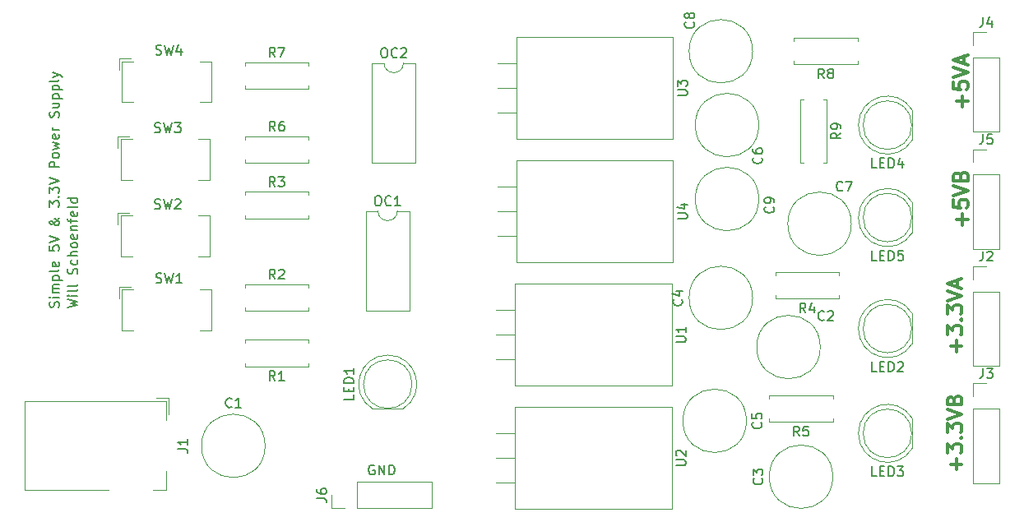
<source format=gbr>
%TF.GenerationSoftware,KiCad,Pcbnew,(6.0.7-1)-1*%
%TF.CreationDate,2022-11-07T13:48:13-05:00*%
%TF.ProjectId,BasicPowerSupply,42617369-6350-46f7-9765-72537570706c,rev?*%
%TF.SameCoordinates,Original*%
%TF.FileFunction,Legend,Top*%
%TF.FilePolarity,Positive*%
%FSLAX46Y46*%
G04 Gerber Fmt 4.6, Leading zero omitted, Abs format (unit mm)*
G04 Created by KiCad (PCBNEW (6.0.7-1)-1) date 2022-11-07 13:48:13*
%MOMM*%
%LPD*%
G01*
G04 APERTURE LIST*
%ADD10C,0.150000*%
%ADD11C,0.300000*%
%ADD12C,0.120000*%
G04 APERTURE END LIST*
D10*
X100417380Y-96914642D02*
X101417380Y-96676547D01*
X100703095Y-96486071D01*
X101417380Y-96295595D01*
X100417380Y-96057500D01*
X101417380Y-95676547D02*
X100750714Y-95676547D01*
X100417380Y-95676547D02*
X100465000Y-95724166D01*
X100512619Y-95676547D01*
X100465000Y-95628928D01*
X100417380Y-95676547D01*
X100512619Y-95676547D01*
X101417380Y-95057500D02*
X101369761Y-95152738D01*
X101274523Y-95200357D01*
X100417380Y-95200357D01*
X101417380Y-94533690D02*
X101369761Y-94628928D01*
X101274523Y-94676547D01*
X100417380Y-94676547D01*
X101369761Y-93438452D02*
X101417380Y-93295595D01*
X101417380Y-93057500D01*
X101369761Y-92962261D01*
X101322142Y-92914642D01*
X101226904Y-92867023D01*
X101131666Y-92867023D01*
X101036428Y-92914642D01*
X100988809Y-92962261D01*
X100941190Y-93057500D01*
X100893571Y-93247976D01*
X100845952Y-93343214D01*
X100798333Y-93390833D01*
X100703095Y-93438452D01*
X100607857Y-93438452D01*
X100512619Y-93390833D01*
X100465000Y-93343214D01*
X100417380Y-93247976D01*
X100417380Y-93009880D01*
X100465000Y-92867023D01*
X101369761Y-92009880D02*
X101417380Y-92105119D01*
X101417380Y-92295595D01*
X101369761Y-92390833D01*
X101322142Y-92438452D01*
X101226904Y-92486071D01*
X100941190Y-92486071D01*
X100845952Y-92438452D01*
X100798333Y-92390833D01*
X100750714Y-92295595D01*
X100750714Y-92105119D01*
X100798333Y-92009880D01*
X101417380Y-91581309D02*
X100417380Y-91581309D01*
X101417380Y-91152738D02*
X100893571Y-91152738D01*
X100798333Y-91200357D01*
X100750714Y-91295595D01*
X100750714Y-91438452D01*
X100798333Y-91533690D01*
X100845952Y-91581309D01*
X101417380Y-90533690D02*
X101369761Y-90628928D01*
X101322142Y-90676547D01*
X101226904Y-90724166D01*
X100941190Y-90724166D01*
X100845952Y-90676547D01*
X100798333Y-90628928D01*
X100750714Y-90533690D01*
X100750714Y-90390833D01*
X100798333Y-90295595D01*
X100845952Y-90247976D01*
X100941190Y-90200357D01*
X101226904Y-90200357D01*
X101322142Y-90247976D01*
X101369761Y-90295595D01*
X101417380Y-90390833D01*
X101417380Y-90533690D01*
X101369761Y-89390833D02*
X101417380Y-89486071D01*
X101417380Y-89676547D01*
X101369761Y-89771785D01*
X101274523Y-89819404D01*
X100893571Y-89819404D01*
X100798333Y-89771785D01*
X100750714Y-89676547D01*
X100750714Y-89486071D01*
X100798333Y-89390833D01*
X100893571Y-89343214D01*
X100988809Y-89343214D01*
X101084047Y-89819404D01*
X100750714Y-88914642D02*
X101417380Y-88914642D01*
X100845952Y-88914642D02*
X100798333Y-88867023D01*
X100750714Y-88771785D01*
X100750714Y-88628928D01*
X100798333Y-88533690D01*
X100893571Y-88486071D01*
X101417380Y-88486071D01*
X100750714Y-88152738D02*
X100750714Y-87771785D01*
X101417380Y-88009880D02*
X100560238Y-88009880D01*
X100465000Y-87962261D01*
X100417380Y-87867023D01*
X100417380Y-87771785D01*
X101369761Y-87057500D02*
X101417380Y-87152738D01*
X101417380Y-87343214D01*
X101369761Y-87438452D01*
X101274523Y-87486071D01*
X100893571Y-87486071D01*
X100798333Y-87438452D01*
X100750714Y-87343214D01*
X100750714Y-87152738D01*
X100798333Y-87057500D01*
X100893571Y-87009880D01*
X100988809Y-87009880D01*
X101084047Y-87486071D01*
X101417380Y-86438452D02*
X101369761Y-86533690D01*
X101274523Y-86581309D01*
X100417380Y-86581309D01*
X101417380Y-85628928D02*
X100417380Y-85628928D01*
X101369761Y-85628928D02*
X101417380Y-85724166D01*
X101417380Y-85914642D01*
X101369761Y-86009880D01*
X101322142Y-86057500D01*
X101226904Y-86105119D01*
X100941190Y-86105119D01*
X100845952Y-86057500D01*
X100798333Y-86009880D01*
X100750714Y-85914642D01*
X100750714Y-85724166D01*
X100798333Y-85628928D01*
X99464761Y-96867023D02*
X99512380Y-96724166D01*
X99512380Y-96486071D01*
X99464761Y-96390833D01*
X99417142Y-96343214D01*
X99321904Y-96295595D01*
X99226666Y-96295595D01*
X99131428Y-96343214D01*
X99083809Y-96390833D01*
X99036190Y-96486071D01*
X98988571Y-96676547D01*
X98940952Y-96771785D01*
X98893333Y-96819404D01*
X98798095Y-96867023D01*
X98702857Y-96867023D01*
X98607619Y-96819404D01*
X98560000Y-96771785D01*
X98512380Y-96676547D01*
X98512380Y-96438452D01*
X98560000Y-96295595D01*
X99512380Y-95867023D02*
X98845714Y-95867023D01*
X98512380Y-95867023D02*
X98560000Y-95914642D01*
X98607619Y-95867023D01*
X98560000Y-95819404D01*
X98512380Y-95867023D01*
X98607619Y-95867023D01*
X99512380Y-95390833D02*
X98845714Y-95390833D01*
X98940952Y-95390833D02*
X98893333Y-95343214D01*
X98845714Y-95247976D01*
X98845714Y-95105119D01*
X98893333Y-95009880D01*
X98988571Y-94962261D01*
X99512380Y-94962261D01*
X98988571Y-94962261D02*
X98893333Y-94914642D01*
X98845714Y-94819404D01*
X98845714Y-94676547D01*
X98893333Y-94581309D01*
X98988571Y-94533690D01*
X99512380Y-94533690D01*
X98845714Y-94057500D02*
X99845714Y-94057500D01*
X98893333Y-94057500D02*
X98845714Y-93962261D01*
X98845714Y-93771785D01*
X98893333Y-93676547D01*
X98940952Y-93628928D01*
X99036190Y-93581309D01*
X99321904Y-93581309D01*
X99417142Y-93628928D01*
X99464761Y-93676547D01*
X99512380Y-93771785D01*
X99512380Y-93962261D01*
X99464761Y-94057500D01*
X99512380Y-93009880D02*
X99464761Y-93105119D01*
X99369523Y-93152738D01*
X98512380Y-93152738D01*
X99464761Y-92247976D02*
X99512380Y-92343214D01*
X99512380Y-92533690D01*
X99464761Y-92628928D01*
X99369523Y-92676547D01*
X98988571Y-92676547D01*
X98893333Y-92628928D01*
X98845714Y-92533690D01*
X98845714Y-92343214D01*
X98893333Y-92247976D01*
X98988571Y-92200357D01*
X99083809Y-92200357D01*
X99179047Y-92676547D01*
X98512380Y-90533690D02*
X98512380Y-91009880D01*
X98988571Y-91057500D01*
X98940952Y-91009880D01*
X98893333Y-90914642D01*
X98893333Y-90676547D01*
X98940952Y-90581309D01*
X98988571Y-90533690D01*
X99083809Y-90486071D01*
X99321904Y-90486071D01*
X99417142Y-90533690D01*
X99464761Y-90581309D01*
X99512380Y-90676547D01*
X99512380Y-90914642D01*
X99464761Y-91009880D01*
X99417142Y-91057500D01*
X98512380Y-90200357D02*
X99512380Y-89867023D01*
X98512380Y-89533690D01*
X99512380Y-87628928D02*
X99512380Y-87676547D01*
X99464761Y-87771785D01*
X99321904Y-87914642D01*
X99036190Y-88152738D01*
X98893333Y-88247976D01*
X98750476Y-88295595D01*
X98655238Y-88295595D01*
X98560000Y-88247976D01*
X98512380Y-88152738D01*
X98512380Y-88105119D01*
X98560000Y-88009880D01*
X98655238Y-87962261D01*
X98702857Y-87962261D01*
X98798095Y-88009880D01*
X98845714Y-88057500D01*
X99036190Y-88343214D01*
X99083809Y-88390833D01*
X99179047Y-88438452D01*
X99321904Y-88438452D01*
X99417142Y-88390833D01*
X99464761Y-88343214D01*
X99512380Y-88247976D01*
X99512380Y-88105119D01*
X99464761Y-88009880D01*
X99417142Y-87962261D01*
X99226666Y-87819404D01*
X99083809Y-87771785D01*
X98988571Y-87771785D01*
X98512380Y-86533690D02*
X98512380Y-85914642D01*
X98893333Y-86247976D01*
X98893333Y-86105119D01*
X98940952Y-86009880D01*
X98988571Y-85962261D01*
X99083809Y-85914642D01*
X99321904Y-85914642D01*
X99417142Y-85962261D01*
X99464761Y-86009880D01*
X99512380Y-86105119D01*
X99512380Y-86390833D01*
X99464761Y-86486071D01*
X99417142Y-86533690D01*
X99417142Y-85486071D02*
X99464761Y-85438452D01*
X99512380Y-85486071D01*
X99464761Y-85533690D01*
X99417142Y-85486071D01*
X99512380Y-85486071D01*
X98512380Y-85105119D02*
X98512380Y-84486071D01*
X98893333Y-84819404D01*
X98893333Y-84676547D01*
X98940952Y-84581309D01*
X98988571Y-84533690D01*
X99083809Y-84486071D01*
X99321904Y-84486071D01*
X99417142Y-84533690D01*
X99464761Y-84581309D01*
X99512380Y-84676547D01*
X99512380Y-84962261D01*
X99464761Y-85057500D01*
X99417142Y-85105119D01*
X98512380Y-84200357D02*
X99512380Y-83867023D01*
X98512380Y-83533690D01*
X99512380Y-82438452D02*
X98512380Y-82438452D01*
X98512380Y-82057500D01*
X98560000Y-81962261D01*
X98607619Y-81914642D01*
X98702857Y-81867023D01*
X98845714Y-81867023D01*
X98940952Y-81914642D01*
X98988571Y-81962261D01*
X99036190Y-82057500D01*
X99036190Y-82438452D01*
X99512380Y-81295595D02*
X99464761Y-81390833D01*
X99417142Y-81438452D01*
X99321904Y-81486071D01*
X99036190Y-81486071D01*
X98940952Y-81438452D01*
X98893333Y-81390833D01*
X98845714Y-81295595D01*
X98845714Y-81152738D01*
X98893333Y-81057500D01*
X98940952Y-81009880D01*
X99036190Y-80962261D01*
X99321904Y-80962261D01*
X99417142Y-81009880D01*
X99464761Y-81057500D01*
X99512380Y-81152738D01*
X99512380Y-81295595D01*
X98845714Y-80628928D02*
X99512380Y-80438452D01*
X99036190Y-80247976D01*
X99512380Y-80057500D01*
X98845714Y-79867023D01*
X99464761Y-79105119D02*
X99512380Y-79200357D01*
X99512380Y-79390833D01*
X99464761Y-79486071D01*
X99369523Y-79533690D01*
X98988571Y-79533690D01*
X98893333Y-79486071D01*
X98845714Y-79390833D01*
X98845714Y-79200357D01*
X98893333Y-79105119D01*
X98988571Y-79057500D01*
X99083809Y-79057500D01*
X99179047Y-79533690D01*
X99512380Y-78628928D02*
X98845714Y-78628928D01*
X99036190Y-78628928D02*
X98940952Y-78581309D01*
X98893333Y-78533690D01*
X98845714Y-78438452D01*
X98845714Y-78343214D01*
X99464761Y-77295595D02*
X99512380Y-77152738D01*
X99512380Y-76914642D01*
X99464761Y-76819404D01*
X99417142Y-76771785D01*
X99321904Y-76724166D01*
X99226666Y-76724166D01*
X99131428Y-76771785D01*
X99083809Y-76819404D01*
X99036190Y-76914642D01*
X98988571Y-77105119D01*
X98940952Y-77200357D01*
X98893333Y-77247976D01*
X98798095Y-77295595D01*
X98702857Y-77295595D01*
X98607619Y-77247976D01*
X98560000Y-77200357D01*
X98512380Y-77105119D01*
X98512380Y-76867023D01*
X98560000Y-76724166D01*
X98845714Y-75867023D02*
X99512380Y-75867023D01*
X98845714Y-76295595D02*
X99369523Y-76295595D01*
X99464761Y-76247976D01*
X99512380Y-76152738D01*
X99512380Y-76009880D01*
X99464761Y-75914642D01*
X99417142Y-75867023D01*
X98845714Y-75390833D02*
X99845714Y-75390833D01*
X98893333Y-75390833D02*
X98845714Y-75295595D01*
X98845714Y-75105119D01*
X98893333Y-75009880D01*
X98940952Y-74962261D01*
X99036190Y-74914642D01*
X99321904Y-74914642D01*
X99417142Y-74962261D01*
X99464761Y-75009880D01*
X99512380Y-75105119D01*
X99512380Y-75295595D01*
X99464761Y-75390833D01*
X98845714Y-74486071D02*
X99845714Y-74486071D01*
X98893333Y-74486071D02*
X98845714Y-74390833D01*
X98845714Y-74200357D01*
X98893333Y-74105119D01*
X98940952Y-74057500D01*
X99036190Y-74009880D01*
X99321904Y-74009880D01*
X99417142Y-74057500D01*
X99464761Y-74105119D01*
X99512380Y-74200357D01*
X99512380Y-74390833D01*
X99464761Y-74486071D01*
X99512380Y-73438452D02*
X99464761Y-73533690D01*
X99369523Y-73581309D01*
X98512380Y-73581309D01*
X98845714Y-73152738D02*
X99512380Y-72914642D01*
X98845714Y-72676547D02*
X99512380Y-72914642D01*
X99750476Y-73009880D01*
X99798095Y-73057500D01*
X99845714Y-73152738D01*
D11*
X192512142Y-88403571D02*
X192512142Y-87260714D01*
X193083571Y-87832142D02*
X191940714Y-87832142D01*
X191583571Y-85832142D02*
X191583571Y-86546428D01*
X192297857Y-86617857D01*
X192226428Y-86546428D01*
X192155000Y-86403571D01*
X192155000Y-86046428D01*
X192226428Y-85903571D01*
X192297857Y-85832142D01*
X192440714Y-85760714D01*
X192797857Y-85760714D01*
X192940714Y-85832142D01*
X193012142Y-85903571D01*
X193083571Y-86046428D01*
X193083571Y-86403571D01*
X193012142Y-86546428D01*
X192940714Y-86617857D01*
X191583571Y-85332142D02*
X193083571Y-84832142D01*
X191583571Y-84332142D01*
X192297857Y-83332142D02*
X192369285Y-83117857D01*
X192440714Y-83046428D01*
X192583571Y-82975000D01*
X192797857Y-82975000D01*
X192940714Y-83046428D01*
X193012142Y-83117857D01*
X193083571Y-83260714D01*
X193083571Y-83832142D01*
X191583571Y-83832142D01*
X191583571Y-83332142D01*
X191655000Y-83189285D01*
X191726428Y-83117857D01*
X191869285Y-83046428D01*
X192012142Y-83046428D01*
X192155000Y-83117857D01*
X192226428Y-83189285D01*
X192297857Y-83332142D01*
X192297857Y-83832142D01*
X191877142Y-101432857D02*
X191877142Y-100290000D01*
X192448571Y-100861428D02*
X191305714Y-100861428D01*
X190948571Y-99718571D02*
X190948571Y-98790000D01*
X191520000Y-99290000D01*
X191520000Y-99075714D01*
X191591428Y-98932857D01*
X191662857Y-98861428D01*
X191805714Y-98790000D01*
X192162857Y-98790000D01*
X192305714Y-98861428D01*
X192377142Y-98932857D01*
X192448571Y-99075714D01*
X192448571Y-99504285D01*
X192377142Y-99647142D01*
X192305714Y-99718571D01*
X192305714Y-98147142D02*
X192377142Y-98075714D01*
X192448571Y-98147142D01*
X192377142Y-98218571D01*
X192305714Y-98147142D01*
X192448571Y-98147142D01*
X190948571Y-97575714D02*
X190948571Y-96647142D01*
X191520000Y-97147142D01*
X191520000Y-96932857D01*
X191591428Y-96790000D01*
X191662857Y-96718571D01*
X191805714Y-96647142D01*
X192162857Y-96647142D01*
X192305714Y-96718571D01*
X192377142Y-96790000D01*
X192448571Y-96932857D01*
X192448571Y-97361428D01*
X192377142Y-97504285D01*
X192305714Y-97575714D01*
X190948571Y-96218571D02*
X192448571Y-95718571D01*
X190948571Y-95218571D01*
X192020000Y-94790000D02*
X192020000Y-94075714D01*
X192448571Y-94932857D02*
X190948571Y-94432857D01*
X192448571Y-93932857D01*
X192512142Y-76231428D02*
X192512142Y-75088571D01*
X193083571Y-75660000D02*
X191940714Y-75660000D01*
X191583571Y-73660000D02*
X191583571Y-74374285D01*
X192297857Y-74445714D01*
X192226428Y-74374285D01*
X192155000Y-74231428D01*
X192155000Y-73874285D01*
X192226428Y-73731428D01*
X192297857Y-73660000D01*
X192440714Y-73588571D01*
X192797857Y-73588571D01*
X192940714Y-73660000D01*
X193012142Y-73731428D01*
X193083571Y-73874285D01*
X193083571Y-74231428D01*
X193012142Y-74374285D01*
X192940714Y-74445714D01*
X191583571Y-73160000D02*
X193083571Y-72660000D01*
X191583571Y-72160000D01*
X192655000Y-71731428D02*
X192655000Y-71017142D01*
X193083571Y-71874285D02*
X191583571Y-71374285D01*
X193083571Y-70874285D01*
D10*
X131953095Y-113165000D02*
X131857857Y-113117380D01*
X131715000Y-113117380D01*
X131572142Y-113165000D01*
X131476904Y-113260238D01*
X131429285Y-113355476D01*
X131381666Y-113545952D01*
X131381666Y-113688809D01*
X131429285Y-113879285D01*
X131476904Y-113974523D01*
X131572142Y-114069761D01*
X131715000Y-114117380D01*
X131810238Y-114117380D01*
X131953095Y-114069761D01*
X132000714Y-114022142D01*
X132000714Y-113688809D01*
X131810238Y-113688809D01*
X132429285Y-114117380D02*
X132429285Y-113117380D01*
X133000714Y-114117380D01*
X133000714Y-113117380D01*
X133476904Y-114117380D02*
X133476904Y-113117380D01*
X133715000Y-113117380D01*
X133857857Y-113165000D01*
X133953095Y-113260238D01*
X134000714Y-113355476D01*
X134048333Y-113545952D01*
X134048333Y-113688809D01*
X134000714Y-113879285D01*
X133953095Y-113974523D01*
X133857857Y-114069761D01*
X133715000Y-114117380D01*
X133476904Y-114117380D01*
D11*
X191877142Y-113605000D02*
X191877142Y-112462142D01*
X192448571Y-113033571D02*
X191305714Y-113033571D01*
X190948571Y-111890714D02*
X190948571Y-110962142D01*
X191520000Y-111462142D01*
X191520000Y-111247857D01*
X191591428Y-111105000D01*
X191662857Y-111033571D01*
X191805714Y-110962142D01*
X192162857Y-110962142D01*
X192305714Y-111033571D01*
X192377142Y-111105000D01*
X192448571Y-111247857D01*
X192448571Y-111676428D01*
X192377142Y-111819285D01*
X192305714Y-111890714D01*
X192305714Y-110319285D02*
X192377142Y-110247857D01*
X192448571Y-110319285D01*
X192377142Y-110390714D01*
X192305714Y-110319285D01*
X192448571Y-110319285D01*
X190948571Y-109747857D02*
X190948571Y-108819285D01*
X191520000Y-109319285D01*
X191520000Y-109105000D01*
X191591428Y-108962142D01*
X191662857Y-108890714D01*
X191805714Y-108819285D01*
X192162857Y-108819285D01*
X192305714Y-108890714D01*
X192377142Y-108962142D01*
X192448571Y-109105000D01*
X192448571Y-109533571D01*
X192377142Y-109676428D01*
X192305714Y-109747857D01*
X190948571Y-108390714D02*
X192448571Y-107890714D01*
X190948571Y-107390714D01*
X191662857Y-106390714D02*
X191734285Y-106176428D01*
X191805714Y-106105000D01*
X191948571Y-106033571D01*
X192162857Y-106033571D01*
X192305714Y-106105000D01*
X192377142Y-106176428D01*
X192448571Y-106319285D01*
X192448571Y-106890714D01*
X190948571Y-106890714D01*
X190948571Y-106390714D01*
X191020000Y-106247857D01*
X191091428Y-106176428D01*
X191234285Y-106105000D01*
X191377142Y-106105000D01*
X191520000Y-106176428D01*
X191591428Y-106247857D01*
X191662857Y-106390714D01*
X191662857Y-106890714D01*
D10*
%TO.C,R7*%
X121753333Y-71107380D02*
X121420000Y-70631190D01*
X121181904Y-71107380D02*
X121181904Y-70107380D01*
X121562857Y-70107380D01*
X121658095Y-70155000D01*
X121705714Y-70202619D01*
X121753333Y-70297857D01*
X121753333Y-70440714D01*
X121705714Y-70535952D01*
X121658095Y-70583571D01*
X121562857Y-70631190D01*
X121181904Y-70631190D01*
X122086666Y-70107380D02*
X122753333Y-70107380D01*
X122324761Y-71107380D01*
%TO.C,C6*%
X171807142Y-81446666D02*
X171854761Y-81494285D01*
X171902380Y-81637142D01*
X171902380Y-81732380D01*
X171854761Y-81875238D01*
X171759523Y-81970476D01*
X171664285Y-82018095D01*
X171473809Y-82065714D01*
X171330952Y-82065714D01*
X171140476Y-82018095D01*
X171045238Y-81970476D01*
X170950000Y-81875238D01*
X170902380Y-81732380D01*
X170902380Y-81637142D01*
X170950000Y-81494285D01*
X170997619Y-81446666D01*
X170902380Y-80589523D02*
X170902380Y-80780000D01*
X170950000Y-80875238D01*
X170997619Y-80922857D01*
X171140476Y-81018095D01*
X171330952Y-81065714D01*
X171711904Y-81065714D01*
X171807142Y-81018095D01*
X171854761Y-80970476D01*
X171902380Y-80875238D01*
X171902380Y-80684761D01*
X171854761Y-80589523D01*
X171807142Y-80541904D01*
X171711904Y-80494285D01*
X171473809Y-80494285D01*
X171378571Y-80541904D01*
X171330952Y-80589523D01*
X171283333Y-80684761D01*
X171283333Y-80875238D01*
X171330952Y-80970476D01*
X171378571Y-81018095D01*
X171473809Y-81065714D01*
%TO.C,U2*%
X163022380Y-113156904D02*
X163831904Y-113156904D01*
X163927142Y-113109285D01*
X163974761Y-113061666D01*
X164022380Y-112966428D01*
X164022380Y-112775952D01*
X163974761Y-112680714D01*
X163927142Y-112633095D01*
X163831904Y-112585476D01*
X163022380Y-112585476D01*
X163117619Y-112156904D02*
X163070000Y-112109285D01*
X163022380Y-112014047D01*
X163022380Y-111775952D01*
X163070000Y-111680714D01*
X163117619Y-111633095D01*
X163212857Y-111585476D01*
X163308095Y-111585476D01*
X163450952Y-111633095D01*
X164022380Y-112204523D01*
X164022380Y-111585476D01*
%TO.C,SW4*%
X109499166Y-70814761D02*
X109642023Y-70862380D01*
X109880119Y-70862380D01*
X109975357Y-70814761D01*
X110022976Y-70767142D01*
X110070595Y-70671904D01*
X110070595Y-70576666D01*
X110022976Y-70481428D01*
X109975357Y-70433809D01*
X109880119Y-70386190D01*
X109689642Y-70338571D01*
X109594404Y-70290952D01*
X109546785Y-70243333D01*
X109499166Y-70148095D01*
X109499166Y-70052857D01*
X109546785Y-69957619D01*
X109594404Y-69910000D01*
X109689642Y-69862380D01*
X109927738Y-69862380D01*
X110070595Y-69910000D01*
X110403928Y-69862380D02*
X110642023Y-70862380D01*
X110832500Y-70148095D01*
X111022976Y-70862380D01*
X111261071Y-69862380D01*
X112070595Y-70195714D02*
X112070595Y-70862380D01*
X111832500Y-69814761D02*
X111594404Y-70529047D01*
X112213452Y-70529047D01*
%TO.C,C5*%
X171762142Y-108731666D02*
X171809761Y-108779285D01*
X171857380Y-108922142D01*
X171857380Y-109017380D01*
X171809761Y-109160238D01*
X171714523Y-109255476D01*
X171619285Y-109303095D01*
X171428809Y-109350714D01*
X171285952Y-109350714D01*
X171095476Y-109303095D01*
X171000238Y-109255476D01*
X170905000Y-109160238D01*
X170857380Y-109017380D01*
X170857380Y-108922142D01*
X170905000Y-108779285D01*
X170952619Y-108731666D01*
X170857380Y-107826904D02*
X170857380Y-108303095D01*
X171333571Y-108350714D01*
X171285952Y-108303095D01*
X171238333Y-108207857D01*
X171238333Y-107969761D01*
X171285952Y-107874523D01*
X171333571Y-107826904D01*
X171428809Y-107779285D01*
X171666904Y-107779285D01*
X171762142Y-107826904D01*
X171809761Y-107874523D01*
X171857380Y-107969761D01*
X171857380Y-108207857D01*
X171809761Y-108303095D01*
X171762142Y-108350714D01*
%TO.C,J3*%
X194611666Y-103167380D02*
X194611666Y-103881666D01*
X194564047Y-104024523D01*
X194468809Y-104119761D01*
X194325952Y-104167380D01*
X194230714Y-104167380D01*
X194992619Y-103167380D02*
X195611666Y-103167380D01*
X195278333Y-103548333D01*
X195421190Y-103548333D01*
X195516428Y-103595952D01*
X195564047Y-103643571D01*
X195611666Y-103738809D01*
X195611666Y-103976904D01*
X195564047Y-104072142D01*
X195516428Y-104119761D01*
X195421190Y-104167380D01*
X195135476Y-104167380D01*
X195040238Y-104119761D01*
X194992619Y-104072142D01*
%TO.C,LED1*%
X129842380Y-105899047D02*
X129842380Y-106375238D01*
X128842380Y-106375238D01*
X129318571Y-105565714D02*
X129318571Y-105232380D01*
X129842380Y-105089523D02*
X129842380Y-105565714D01*
X128842380Y-105565714D01*
X128842380Y-105089523D01*
X129842380Y-104660952D02*
X128842380Y-104660952D01*
X128842380Y-104422857D01*
X128890000Y-104280000D01*
X128985238Y-104184761D01*
X129080476Y-104137142D01*
X129270952Y-104089523D01*
X129413809Y-104089523D01*
X129604285Y-104137142D01*
X129699523Y-104184761D01*
X129794761Y-104280000D01*
X129842380Y-104422857D01*
X129842380Y-104660952D01*
X129842380Y-103137142D02*
X129842380Y-103708571D01*
X129842380Y-103422857D02*
X128842380Y-103422857D01*
X128985238Y-103518095D01*
X129080476Y-103613333D01*
X129128095Y-103708571D01*
%TO.C,U1*%
X163022380Y-100456904D02*
X163831904Y-100456904D01*
X163927142Y-100409285D01*
X163974761Y-100361666D01*
X164022380Y-100266428D01*
X164022380Y-100075952D01*
X163974761Y-99980714D01*
X163927142Y-99933095D01*
X163831904Y-99885476D01*
X163022380Y-99885476D01*
X164022380Y-98885476D02*
X164022380Y-99456904D01*
X164022380Y-99171190D02*
X163022380Y-99171190D01*
X163165238Y-99266428D01*
X163260476Y-99361666D01*
X163308095Y-99456904D01*
%TO.C,J2*%
X194611666Y-91102380D02*
X194611666Y-91816666D01*
X194564047Y-91959523D01*
X194468809Y-92054761D01*
X194325952Y-92102380D01*
X194230714Y-92102380D01*
X195040238Y-91197619D02*
X195087857Y-91150000D01*
X195183095Y-91102380D01*
X195421190Y-91102380D01*
X195516428Y-91150000D01*
X195564047Y-91197619D01*
X195611666Y-91292857D01*
X195611666Y-91388095D01*
X195564047Y-91530952D01*
X194992619Y-92102380D01*
X195611666Y-92102380D01*
%TO.C,J6*%
X126037380Y-116538333D02*
X126751666Y-116538333D01*
X126894523Y-116585952D01*
X126989761Y-116681190D01*
X127037380Y-116824047D01*
X127037380Y-116919285D01*
X126037380Y-115633571D02*
X126037380Y-115824047D01*
X126085000Y-115919285D01*
X126132619Y-115966904D01*
X126275476Y-116062142D01*
X126465952Y-116109761D01*
X126846904Y-116109761D01*
X126942142Y-116062142D01*
X126989761Y-116014523D01*
X127037380Y-115919285D01*
X127037380Y-115728809D01*
X126989761Y-115633571D01*
X126942142Y-115585952D01*
X126846904Y-115538333D01*
X126608809Y-115538333D01*
X126513571Y-115585952D01*
X126465952Y-115633571D01*
X126418333Y-115728809D01*
X126418333Y-115919285D01*
X126465952Y-116014523D01*
X126513571Y-116062142D01*
X126608809Y-116109761D01*
%TO.C,R8*%
X178268333Y-73307380D02*
X177935000Y-72831190D01*
X177696904Y-73307380D02*
X177696904Y-72307380D01*
X178077857Y-72307380D01*
X178173095Y-72355000D01*
X178220714Y-72402619D01*
X178268333Y-72497857D01*
X178268333Y-72640714D01*
X178220714Y-72735952D01*
X178173095Y-72783571D01*
X178077857Y-72831190D01*
X177696904Y-72831190D01*
X178839761Y-72735952D02*
X178744523Y-72688333D01*
X178696904Y-72640714D01*
X178649285Y-72545476D01*
X178649285Y-72497857D01*
X178696904Y-72402619D01*
X178744523Y-72355000D01*
X178839761Y-72307380D01*
X179030238Y-72307380D01*
X179125476Y-72355000D01*
X179173095Y-72402619D01*
X179220714Y-72497857D01*
X179220714Y-72545476D01*
X179173095Y-72640714D01*
X179125476Y-72688333D01*
X179030238Y-72735952D01*
X178839761Y-72735952D01*
X178744523Y-72783571D01*
X178696904Y-72831190D01*
X178649285Y-72926428D01*
X178649285Y-73116904D01*
X178696904Y-73212142D01*
X178744523Y-73259761D01*
X178839761Y-73307380D01*
X179030238Y-73307380D01*
X179125476Y-73259761D01*
X179173095Y-73212142D01*
X179220714Y-73116904D01*
X179220714Y-72926428D01*
X179173095Y-72831190D01*
X179125476Y-72783571D01*
X179030238Y-72735952D01*
%TO.C,R4*%
X176363333Y-97437380D02*
X176030000Y-96961190D01*
X175791904Y-97437380D02*
X175791904Y-96437380D01*
X176172857Y-96437380D01*
X176268095Y-96485000D01*
X176315714Y-96532619D01*
X176363333Y-96627857D01*
X176363333Y-96770714D01*
X176315714Y-96865952D01*
X176268095Y-96913571D01*
X176172857Y-96961190D01*
X175791904Y-96961190D01*
X177220476Y-96770714D02*
X177220476Y-97437380D01*
X176982380Y-96389761D02*
X176744285Y-97104047D01*
X177363333Y-97104047D01*
%TO.C,J1*%
X111757380Y-111458333D02*
X112471666Y-111458333D01*
X112614523Y-111505952D01*
X112709761Y-111601190D01*
X112757380Y-111744047D01*
X112757380Y-111839285D01*
X112757380Y-110458333D02*
X112757380Y-111029761D01*
X112757380Y-110744047D02*
X111757380Y-110744047D01*
X111900238Y-110839285D01*
X111995476Y-110934523D01*
X112043095Y-111029761D01*
%TO.C,SW3*%
X109366666Y-78814761D02*
X109509523Y-78862380D01*
X109747619Y-78862380D01*
X109842857Y-78814761D01*
X109890476Y-78767142D01*
X109938095Y-78671904D01*
X109938095Y-78576666D01*
X109890476Y-78481428D01*
X109842857Y-78433809D01*
X109747619Y-78386190D01*
X109557142Y-78338571D01*
X109461904Y-78290952D01*
X109414285Y-78243333D01*
X109366666Y-78148095D01*
X109366666Y-78052857D01*
X109414285Y-77957619D01*
X109461904Y-77910000D01*
X109557142Y-77862380D01*
X109795238Y-77862380D01*
X109938095Y-77910000D01*
X110271428Y-77862380D02*
X110509523Y-78862380D01*
X110700000Y-78148095D01*
X110890476Y-78862380D01*
X111128571Y-77862380D01*
X111414285Y-77862380D02*
X112033333Y-77862380D01*
X111700000Y-78243333D01*
X111842857Y-78243333D01*
X111938095Y-78290952D01*
X111985714Y-78338571D01*
X112033333Y-78433809D01*
X112033333Y-78671904D01*
X111985714Y-78767142D01*
X111938095Y-78814761D01*
X111842857Y-78862380D01*
X111557142Y-78862380D01*
X111461904Y-78814761D01*
X111414285Y-78767142D01*
%TO.C,C7*%
X180173333Y-84812142D02*
X180125714Y-84859761D01*
X179982857Y-84907380D01*
X179887619Y-84907380D01*
X179744761Y-84859761D01*
X179649523Y-84764523D01*
X179601904Y-84669285D01*
X179554285Y-84478809D01*
X179554285Y-84335952D01*
X179601904Y-84145476D01*
X179649523Y-84050238D01*
X179744761Y-83955000D01*
X179887619Y-83907380D01*
X179982857Y-83907380D01*
X180125714Y-83955000D01*
X180173333Y-84002619D01*
X180506666Y-83907380D02*
X181173333Y-83907380D01*
X180744761Y-84907380D01*
%TO.C,J5*%
X194611666Y-79047380D02*
X194611666Y-79761666D01*
X194564047Y-79904523D01*
X194468809Y-79999761D01*
X194325952Y-80047380D01*
X194230714Y-80047380D01*
X195564047Y-79047380D02*
X195087857Y-79047380D01*
X195040238Y-79523571D01*
X195087857Y-79475952D01*
X195183095Y-79428333D01*
X195421190Y-79428333D01*
X195516428Y-79475952D01*
X195564047Y-79523571D01*
X195611666Y-79618809D01*
X195611666Y-79856904D01*
X195564047Y-79952142D01*
X195516428Y-79999761D01*
X195421190Y-80047380D01*
X195183095Y-80047380D01*
X195087857Y-79999761D01*
X195040238Y-79952142D01*
%TO.C,OC1*%
X132263571Y-85397380D02*
X132454047Y-85397380D01*
X132549285Y-85445000D01*
X132644523Y-85540238D01*
X132692142Y-85730714D01*
X132692142Y-86064047D01*
X132644523Y-86254523D01*
X132549285Y-86349761D01*
X132454047Y-86397380D01*
X132263571Y-86397380D01*
X132168333Y-86349761D01*
X132073095Y-86254523D01*
X132025476Y-86064047D01*
X132025476Y-85730714D01*
X132073095Y-85540238D01*
X132168333Y-85445000D01*
X132263571Y-85397380D01*
X133692142Y-86302142D02*
X133644523Y-86349761D01*
X133501666Y-86397380D01*
X133406428Y-86397380D01*
X133263571Y-86349761D01*
X133168333Y-86254523D01*
X133120714Y-86159285D01*
X133073095Y-85968809D01*
X133073095Y-85825952D01*
X133120714Y-85635476D01*
X133168333Y-85540238D01*
X133263571Y-85445000D01*
X133406428Y-85397380D01*
X133501666Y-85397380D01*
X133644523Y-85445000D01*
X133692142Y-85492619D01*
X134644523Y-86397380D02*
X134073095Y-86397380D01*
X134358809Y-86397380D02*
X134358809Y-85397380D01*
X134263571Y-85540238D01*
X134168333Y-85635476D01*
X134073095Y-85683095D01*
%TO.C,U3*%
X163182380Y-75056904D02*
X163991904Y-75056904D01*
X164087142Y-75009285D01*
X164134761Y-74961666D01*
X164182380Y-74866428D01*
X164182380Y-74675952D01*
X164134761Y-74580714D01*
X164087142Y-74533095D01*
X163991904Y-74485476D01*
X163182380Y-74485476D01*
X163182380Y-74104523D02*
X163182380Y-73485476D01*
X163563333Y-73818809D01*
X163563333Y-73675952D01*
X163610952Y-73580714D01*
X163658571Y-73533095D01*
X163753809Y-73485476D01*
X163991904Y-73485476D01*
X164087142Y-73533095D01*
X164134761Y-73580714D01*
X164182380Y-73675952D01*
X164182380Y-73961666D01*
X164134761Y-74056904D01*
X164087142Y-74104523D01*
%TO.C,U4*%
X163182380Y-87756904D02*
X163991904Y-87756904D01*
X164087142Y-87709285D01*
X164134761Y-87661666D01*
X164182380Y-87566428D01*
X164182380Y-87375952D01*
X164134761Y-87280714D01*
X164087142Y-87233095D01*
X163991904Y-87185476D01*
X163182380Y-87185476D01*
X163515714Y-86280714D02*
X164182380Y-86280714D01*
X163134761Y-86518809D02*
X163849047Y-86756904D01*
X163849047Y-86137857D01*
%TO.C,C3*%
X171852142Y-114486666D02*
X171899761Y-114534285D01*
X171947380Y-114677142D01*
X171947380Y-114772380D01*
X171899761Y-114915238D01*
X171804523Y-115010476D01*
X171709285Y-115058095D01*
X171518809Y-115105714D01*
X171375952Y-115105714D01*
X171185476Y-115058095D01*
X171090238Y-115010476D01*
X170995000Y-114915238D01*
X170947380Y-114772380D01*
X170947380Y-114677142D01*
X170995000Y-114534285D01*
X171042619Y-114486666D01*
X170947380Y-114153333D02*
X170947380Y-113534285D01*
X171328333Y-113867619D01*
X171328333Y-113724761D01*
X171375952Y-113629523D01*
X171423571Y-113581904D01*
X171518809Y-113534285D01*
X171756904Y-113534285D01*
X171852142Y-113581904D01*
X171899761Y-113629523D01*
X171947380Y-113724761D01*
X171947380Y-114010476D01*
X171899761Y-114105714D01*
X171852142Y-114153333D01*
%TO.C,J4*%
X194611666Y-66982380D02*
X194611666Y-67696666D01*
X194564047Y-67839523D01*
X194468809Y-67934761D01*
X194325952Y-67982380D01*
X194230714Y-67982380D01*
X195516428Y-67315714D02*
X195516428Y-67982380D01*
X195278333Y-66934761D02*
X195040238Y-67649047D01*
X195659285Y-67649047D01*
%TO.C,LED4*%
X183665952Y-82517380D02*
X183189761Y-82517380D01*
X183189761Y-81517380D01*
X183999285Y-81993571D02*
X184332619Y-81993571D01*
X184475476Y-82517380D02*
X183999285Y-82517380D01*
X183999285Y-81517380D01*
X184475476Y-81517380D01*
X184904047Y-82517380D02*
X184904047Y-81517380D01*
X185142142Y-81517380D01*
X185285000Y-81565000D01*
X185380238Y-81660238D01*
X185427857Y-81755476D01*
X185475476Y-81945952D01*
X185475476Y-82088809D01*
X185427857Y-82279285D01*
X185380238Y-82374523D01*
X185285000Y-82469761D01*
X185142142Y-82517380D01*
X184904047Y-82517380D01*
X186332619Y-81850714D02*
X186332619Y-82517380D01*
X186094523Y-81469761D02*
X185856428Y-82184047D01*
X186475476Y-82184047D01*
%TO.C,R5*%
X175728333Y-110137380D02*
X175395000Y-109661190D01*
X175156904Y-110137380D02*
X175156904Y-109137380D01*
X175537857Y-109137380D01*
X175633095Y-109185000D01*
X175680714Y-109232619D01*
X175728333Y-109327857D01*
X175728333Y-109470714D01*
X175680714Y-109565952D01*
X175633095Y-109613571D01*
X175537857Y-109661190D01*
X175156904Y-109661190D01*
X176633095Y-109137380D02*
X176156904Y-109137380D01*
X176109285Y-109613571D01*
X176156904Y-109565952D01*
X176252142Y-109518333D01*
X176490238Y-109518333D01*
X176585476Y-109565952D01*
X176633095Y-109613571D01*
X176680714Y-109708809D01*
X176680714Y-109946904D01*
X176633095Y-110042142D01*
X176585476Y-110089761D01*
X176490238Y-110137380D01*
X176252142Y-110137380D01*
X176156904Y-110089761D01*
X176109285Y-110042142D01*
%TO.C,R6*%
X121753333Y-78727380D02*
X121420000Y-78251190D01*
X121181904Y-78727380D02*
X121181904Y-77727380D01*
X121562857Y-77727380D01*
X121658095Y-77775000D01*
X121705714Y-77822619D01*
X121753333Y-77917857D01*
X121753333Y-78060714D01*
X121705714Y-78155952D01*
X121658095Y-78203571D01*
X121562857Y-78251190D01*
X121181904Y-78251190D01*
X122610476Y-77727380D02*
X122420000Y-77727380D01*
X122324761Y-77775000D01*
X122277142Y-77822619D01*
X122181904Y-77965476D01*
X122134285Y-78155952D01*
X122134285Y-78536904D01*
X122181904Y-78632142D01*
X122229523Y-78679761D01*
X122324761Y-78727380D01*
X122515238Y-78727380D01*
X122610476Y-78679761D01*
X122658095Y-78632142D01*
X122705714Y-78536904D01*
X122705714Y-78298809D01*
X122658095Y-78203571D01*
X122610476Y-78155952D01*
X122515238Y-78108333D01*
X122324761Y-78108333D01*
X122229523Y-78155952D01*
X122181904Y-78203571D01*
X122134285Y-78298809D01*
%TO.C,C2*%
X178268333Y-98147142D02*
X178220714Y-98194761D01*
X178077857Y-98242380D01*
X177982619Y-98242380D01*
X177839761Y-98194761D01*
X177744523Y-98099523D01*
X177696904Y-98004285D01*
X177649285Y-97813809D01*
X177649285Y-97670952D01*
X177696904Y-97480476D01*
X177744523Y-97385238D01*
X177839761Y-97290000D01*
X177982619Y-97242380D01*
X178077857Y-97242380D01*
X178220714Y-97290000D01*
X178268333Y-97337619D01*
X178649285Y-97337619D02*
X178696904Y-97290000D01*
X178792142Y-97242380D01*
X179030238Y-97242380D01*
X179125476Y-97290000D01*
X179173095Y-97337619D01*
X179220714Y-97432857D01*
X179220714Y-97528095D01*
X179173095Y-97670952D01*
X178601666Y-98242380D01*
X179220714Y-98242380D01*
%TO.C,SW2*%
X109366666Y-86689761D02*
X109509523Y-86737380D01*
X109747619Y-86737380D01*
X109842857Y-86689761D01*
X109890476Y-86642142D01*
X109938095Y-86546904D01*
X109938095Y-86451666D01*
X109890476Y-86356428D01*
X109842857Y-86308809D01*
X109747619Y-86261190D01*
X109557142Y-86213571D01*
X109461904Y-86165952D01*
X109414285Y-86118333D01*
X109366666Y-86023095D01*
X109366666Y-85927857D01*
X109414285Y-85832619D01*
X109461904Y-85785000D01*
X109557142Y-85737380D01*
X109795238Y-85737380D01*
X109938095Y-85785000D01*
X110271428Y-85737380D02*
X110509523Y-86737380D01*
X110700000Y-86023095D01*
X110890476Y-86737380D01*
X111128571Y-85737380D01*
X111461904Y-85832619D02*
X111509523Y-85785000D01*
X111604761Y-85737380D01*
X111842857Y-85737380D01*
X111938095Y-85785000D01*
X111985714Y-85832619D01*
X112033333Y-85927857D01*
X112033333Y-86023095D01*
X111985714Y-86165952D01*
X111414285Y-86737380D01*
X112033333Y-86737380D01*
%TO.C,C1*%
X117288333Y-107102142D02*
X117240714Y-107149761D01*
X117097857Y-107197380D01*
X117002619Y-107197380D01*
X116859761Y-107149761D01*
X116764523Y-107054523D01*
X116716904Y-106959285D01*
X116669285Y-106768809D01*
X116669285Y-106625952D01*
X116716904Y-106435476D01*
X116764523Y-106340238D01*
X116859761Y-106245000D01*
X117002619Y-106197380D01*
X117097857Y-106197380D01*
X117240714Y-106245000D01*
X117288333Y-106292619D01*
X118240714Y-107197380D02*
X117669285Y-107197380D01*
X117955000Y-107197380D02*
X117955000Y-106197380D01*
X117859761Y-106340238D01*
X117764523Y-106435476D01*
X117669285Y-106483095D01*
%TO.C,C8*%
X164822142Y-67496666D02*
X164869761Y-67544285D01*
X164917380Y-67687142D01*
X164917380Y-67782380D01*
X164869761Y-67925238D01*
X164774523Y-68020476D01*
X164679285Y-68068095D01*
X164488809Y-68115714D01*
X164345952Y-68115714D01*
X164155476Y-68068095D01*
X164060238Y-68020476D01*
X163965000Y-67925238D01*
X163917380Y-67782380D01*
X163917380Y-67687142D01*
X163965000Y-67544285D01*
X164012619Y-67496666D01*
X164345952Y-66925238D02*
X164298333Y-67020476D01*
X164250714Y-67068095D01*
X164155476Y-67115714D01*
X164107857Y-67115714D01*
X164012619Y-67068095D01*
X163965000Y-67020476D01*
X163917380Y-66925238D01*
X163917380Y-66734761D01*
X163965000Y-66639523D01*
X164012619Y-66591904D01*
X164107857Y-66544285D01*
X164155476Y-66544285D01*
X164250714Y-66591904D01*
X164298333Y-66639523D01*
X164345952Y-66734761D01*
X164345952Y-66925238D01*
X164393571Y-67020476D01*
X164441190Y-67068095D01*
X164536428Y-67115714D01*
X164726904Y-67115714D01*
X164822142Y-67068095D01*
X164869761Y-67020476D01*
X164917380Y-66925238D01*
X164917380Y-66734761D01*
X164869761Y-66639523D01*
X164822142Y-66591904D01*
X164726904Y-66544285D01*
X164536428Y-66544285D01*
X164441190Y-66591904D01*
X164393571Y-66639523D01*
X164345952Y-66734761D01*
%TO.C,LED2*%
X183665952Y-103472380D02*
X183189761Y-103472380D01*
X183189761Y-102472380D01*
X183999285Y-102948571D02*
X184332619Y-102948571D01*
X184475476Y-103472380D02*
X183999285Y-103472380D01*
X183999285Y-102472380D01*
X184475476Y-102472380D01*
X184904047Y-103472380D02*
X184904047Y-102472380D01*
X185142142Y-102472380D01*
X185285000Y-102520000D01*
X185380238Y-102615238D01*
X185427857Y-102710476D01*
X185475476Y-102900952D01*
X185475476Y-103043809D01*
X185427857Y-103234285D01*
X185380238Y-103329523D01*
X185285000Y-103424761D01*
X185142142Y-103472380D01*
X184904047Y-103472380D01*
X185856428Y-102567619D02*
X185904047Y-102520000D01*
X185999285Y-102472380D01*
X186237380Y-102472380D01*
X186332619Y-102520000D01*
X186380238Y-102567619D01*
X186427857Y-102662857D01*
X186427857Y-102758095D01*
X186380238Y-102900952D01*
X185808809Y-103472380D01*
X186427857Y-103472380D01*
%TO.C,R3*%
X121753333Y-84442380D02*
X121420000Y-83966190D01*
X121181904Y-84442380D02*
X121181904Y-83442380D01*
X121562857Y-83442380D01*
X121658095Y-83490000D01*
X121705714Y-83537619D01*
X121753333Y-83632857D01*
X121753333Y-83775714D01*
X121705714Y-83870952D01*
X121658095Y-83918571D01*
X121562857Y-83966190D01*
X121181904Y-83966190D01*
X122086666Y-83442380D02*
X122705714Y-83442380D01*
X122372380Y-83823333D01*
X122515238Y-83823333D01*
X122610476Y-83870952D01*
X122658095Y-83918571D01*
X122705714Y-84013809D01*
X122705714Y-84251904D01*
X122658095Y-84347142D01*
X122610476Y-84394761D01*
X122515238Y-84442380D01*
X122229523Y-84442380D01*
X122134285Y-84394761D01*
X122086666Y-84347142D01*
%TO.C,LED5*%
X183670952Y-92042380D02*
X183194761Y-92042380D01*
X183194761Y-91042380D01*
X184004285Y-91518571D02*
X184337619Y-91518571D01*
X184480476Y-92042380D02*
X184004285Y-92042380D01*
X184004285Y-91042380D01*
X184480476Y-91042380D01*
X184909047Y-92042380D02*
X184909047Y-91042380D01*
X185147142Y-91042380D01*
X185290000Y-91090000D01*
X185385238Y-91185238D01*
X185432857Y-91280476D01*
X185480476Y-91470952D01*
X185480476Y-91613809D01*
X185432857Y-91804285D01*
X185385238Y-91899523D01*
X185290000Y-91994761D01*
X185147142Y-92042380D01*
X184909047Y-92042380D01*
X186385238Y-91042380D02*
X185909047Y-91042380D01*
X185861428Y-91518571D01*
X185909047Y-91470952D01*
X186004285Y-91423333D01*
X186242380Y-91423333D01*
X186337619Y-91470952D01*
X186385238Y-91518571D01*
X186432857Y-91613809D01*
X186432857Y-91851904D01*
X186385238Y-91947142D01*
X186337619Y-91994761D01*
X186242380Y-92042380D01*
X186004285Y-92042380D01*
X185909047Y-91994761D01*
X185861428Y-91947142D01*
%TO.C,C4*%
X163597142Y-96071666D02*
X163644761Y-96119285D01*
X163692380Y-96262142D01*
X163692380Y-96357380D01*
X163644761Y-96500238D01*
X163549523Y-96595476D01*
X163454285Y-96643095D01*
X163263809Y-96690714D01*
X163120952Y-96690714D01*
X162930476Y-96643095D01*
X162835238Y-96595476D01*
X162740000Y-96500238D01*
X162692380Y-96357380D01*
X162692380Y-96262142D01*
X162740000Y-96119285D01*
X162787619Y-96071666D01*
X163025714Y-95214523D02*
X163692380Y-95214523D01*
X162644761Y-95452619D02*
X163359047Y-95690714D01*
X163359047Y-95071666D01*
%TO.C,LED3*%
X183665952Y-114267380D02*
X183189761Y-114267380D01*
X183189761Y-113267380D01*
X183999285Y-113743571D02*
X184332619Y-113743571D01*
X184475476Y-114267380D02*
X183999285Y-114267380D01*
X183999285Y-113267380D01*
X184475476Y-113267380D01*
X184904047Y-114267380D02*
X184904047Y-113267380D01*
X185142142Y-113267380D01*
X185285000Y-113315000D01*
X185380238Y-113410238D01*
X185427857Y-113505476D01*
X185475476Y-113695952D01*
X185475476Y-113838809D01*
X185427857Y-114029285D01*
X185380238Y-114124523D01*
X185285000Y-114219761D01*
X185142142Y-114267380D01*
X184904047Y-114267380D01*
X185808809Y-113267380D02*
X186427857Y-113267380D01*
X186094523Y-113648333D01*
X186237380Y-113648333D01*
X186332619Y-113695952D01*
X186380238Y-113743571D01*
X186427857Y-113838809D01*
X186427857Y-114076904D01*
X186380238Y-114172142D01*
X186332619Y-114219761D01*
X186237380Y-114267380D01*
X185951666Y-114267380D01*
X185856428Y-114219761D01*
X185808809Y-114172142D01*
%TO.C,SW1*%
X109499166Y-94309761D02*
X109642023Y-94357380D01*
X109880119Y-94357380D01*
X109975357Y-94309761D01*
X110022976Y-94262142D01*
X110070595Y-94166904D01*
X110070595Y-94071666D01*
X110022976Y-93976428D01*
X109975357Y-93928809D01*
X109880119Y-93881190D01*
X109689642Y-93833571D01*
X109594404Y-93785952D01*
X109546785Y-93738333D01*
X109499166Y-93643095D01*
X109499166Y-93547857D01*
X109546785Y-93452619D01*
X109594404Y-93405000D01*
X109689642Y-93357380D01*
X109927738Y-93357380D01*
X110070595Y-93405000D01*
X110403928Y-93357380D02*
X110642023Y-94357380D01*
X110832500Y-93643095D01*
X111022976Y-94357380D01*
X111261071Y-93357380D01*
X112165833Y-94357380D02*
X111594404Y-94357380D01*
X111880119Y-94357380D02*
X111880119Y-93357380D01*
X111784880Y-93500238D01*
X111689642Y-93595476D01*
X111594404Y-93643095D01*
%TO.C,C9*%
X173032142Y-86526666D02*
X173079761Y-86574285D01*
X173127380Y-86717142D01*
X173127380Y-86812380D01*
X173079761Y-86955238D01*
X172984523Y-87050476D01*
X172889285Y-87098095D01*
X172698809Y-87145714D01*
X172555952Y-87145714D01*
X172365476Y-87098095D01*
X172270238Y-87050476D01*
X172175000Y-86955238D01*
X172127380Y-86812380D01*
X172127380Y-86717142D01*
X172175000Y-86574285D01*
X172222619Y-86526666D01*
X173127380Y-86050476D02*
X173127380Y-85860000D01*
X173079761Y-85764761D01*
X173032142Y-85717142D01*
X172889285Y-85621904D01*
X172698809Y-85574285D01*
X172317857Y-85574285D01*
X172222619Y-85621904D01*
X172175000Y-85669523D01*
X172127380Y-85764761D01*
X172127380Y-85955238D01*
X172175000Y-86050476D01*
X172222619Y-86098095D01*
X172317857Y-86145714D01*
X172555952Y-86145714D01*
X172651190Y-86098095D01*
X172698809Y-86050476D01*
X172746428Y-85955238D01*
X172746428Y-85764761D01*
X172698809Y-85669523D01*
X172651190Y-85621904D01*
X172555952Y-85574285D01*
%TO.C,R9*%
X179987380Y-78906666D02*
X179511190Y-79240000D01*
X179987380Y-79478095D02*
X178987380Y-79478095D01*
X178987380Y-79097142D01*
X179035000Y-79001904D01*
X179082619Y-78954285D01*
X179177857Y-78906666D01*
X179320714Y-78906666D01*
X179415952Y-78954285D01*
X179463571Y-79001904D01*
X179511190Y-79097142D01*
X179511190Y-79478095D01*
X179987380Y-78430476D02*
X179987380Y-78240000D01*
X179939761Y-78144761D01*
X179892142Y-78097142D01*
X179749285Y-78001904D01*
X179558809Y-77954285D01*
X179177857Y-77954285D01*
X179082619Y-78001904D01*
X179035000Y-78049523D01*
X178987380Y-78144761D01*
X178987380Y-78335238D01*
X179035000Y-78430476D01*
X179082619Y-78478095D01*
X179177857Y-78525714D01*
X179415952Y-78525714D01*
X179511190Y-78478095D01*
X179558809Y-78430476D01*
X179606428Y-78335238D01*
X179606428Y-78144761D01*
X179558809Y-78049523D01*
X179511190Y-78001904D01*
X179415952Y-77954285D01*
%TO.C,R2*%
X121753333Y-93967380D02*
X121420000Y-93491190D01*
X121181904Y-93967380D02*
X121181904Y-92967380D01*
X121562857Y-92967380D01*
X121658095Y-93015000D01*
X121705714Y-93062619D01*
X121753333Y-93157857D01*
X121753333Y-93300714D01*
X121705714Y-93395952D01*
X121658095Y-93443571D01*
X121562857Y-93491190D01*
X121181904Y-93491190D01*
X122134285Y-93062619D02*
X122181904Y-93015000D01*
X122277142Y-92967380D01*
X122515238Y-92967380D01*
X122610476Y-93015000D01*
X122658095Y-93062619D01*
X122705714Y-93157857D01*
X122705714Y-93253095D01*
X122658095Y-93395952D01*
X122086666Y-93967380D01*
X122705714Y-93967380D01*
%TO.C,R1*%
X121753333Y-104422380D02*
X121420000Y-103946190D01*
X121181904Y-104422380D02*
X121181904Y-103422380D01*
X121562857Y-103422380D01*
X121658095Y-103470000D01*
X121705714Y-103517619D01*
X121753333Y-103612857D01*
X121753333Y-103755714D01*
X121705714Y-103850952D01*
X121658095Y-103898571D01*
X121562857Y-103946190D01*
X121181904Y-103946190D01*
X122705714Y-104422380D02*
X122134285Y-104422380D01*
X122420000Y-104422380D02*
X122420000Y-103422380D01*
X122324761Y-103565238D01*
X122229523Y-103660476D01*
X122134285Y-103708095D01*
%TO.C,OC2*%
X132898571Y-70157380D02*
X133089047Y-70157380D01*
X133184285Y-70205000D01*
X133279523Y-70300238D01*
X133327142Y-70490714D01*
X133327142Y-70824047D01*
X133279523Y-71014523D01*
X133184285Y-71109761D01*
X133089047Y-71157380D01*
X132898571Y-71157380D01*
X132803333Y-71109761D01*
X132708095Y-71014523D01*
X132660476Y-70824047D01*
X132660476Y-70490714D01*
X132708095Y-70300238D01*
X132803333Y-70205000D01*
X132898571Y-70157380D01*
X134327142Y-71062142D02*
X134279523Y-71109761D01*
X134136666Y-71157380D01*
X134041428Y-71157380D01*
X133898571Y-71109761D01*
X133803333Y-71014523D01*
X133755714Y-70919285D01*
X133708095Y-70728809D01*
X133708095Y-70585952D01*
X133755714Y-70395476D01*
X133803333Y-70300238D01*
X133898571Y-70205000D01*
X134041428Y-70157380D01*
X134136666Y-70157380D01*
X134279523Y-70205000D01*
X134327142Y-70252619D01*
X134708095Y-70252619D02*
X134755714Y-70205000D01*
X134850952Y-70157380D01*
X135089047Y-70157380D01*
X135184285Y-70205000D01*
X135231904Y-70252619D01*
X135279523Y-70347857D01*
X135279523Y-70443095D01*
X135231904Y-70585952D01*
X134660476Y-71157380D01*
X135279523Y-71157380D01*
D12*
%TO.C,R7*%
X118650000Y-74395000D02*
X125190000Y-74395000D01*
X118650000Y-71655000D02*
X125190000Y-71655000D01*
X118650000Y-74065000D02*
X118650000Y-74395000D01*
X125190000Y-74395000D02*
X125190000Y-74065000D01*
X118650000Y-71985000D02*
X118650000Y-71655000D01*
X125190000Y-71655000D02*
X125190000Y-71985000D01*
%TO.C,C6*%
X171545000Y-78105000D02*
G75*
G03*
X171545000Y-78105000I-3270000J0D01*
G01*
%TO.C,U2*%
X146460000Y-109855000D02*
X144500000Y-109855000D01*
X162570000Y-117645000D02*
X146460000Y-117645000D01*
X162570000Y-107145000D02*
X162570000Y-117645000D01*
X146460000Y-112395000D02*
X144500000Y-112395000D01*
X162570000Y-107145000D02*
X146460000Y-107145000D01*
X146460000Y-107145000D02*
X146460000Y-117645000D01*
X146460000Y-114935000D02*
X144500000Y-114935000D01*
%TO.C,SW4*%
X105682500Y-71260000D02*
X105682500Y-72460000D01*
X106882500Y-71260000D02*
X105682500Y-71260000D01*
X107182500Y-71560000D02*
X105982500Y-71560000D01*
X115182500Y-71560000D02*
X115182500Y-75760000D01*
X113982500Y-71560000D02*
X115182500Y-71560000D01*
X105982500Y-71560000D02*
X105982500Y-75760000D01*
X105982500Y-75760000D02*
X107182500Y-75760000D01*
X115182500Y-75760000D02*
X113982500Y-75760000D01*
%TO.C,C5*%
X170275000Y-108565000D02*
G75*
G03*
X170275000Y-108565000I-3270000J0D01*
G01*
%TO.C,J3*%
X193615000Y-114995000D02*
X196275000Y-114995000D01*
X193615000Y-106045000D02*
X193615000Y-104715000D01*
X193615000Y-104715000D02*
X194945000Y-104715000D01*
X196275000Y-107315000D02*
X196275000Y-114995000D01*
X193615000Y-107315000D02*
X196275000Y-107315000D01*
X193615000Y-107315000D02*
X193615000Y-114995000D01*
%TO.C,LED1*%
X131805000Y-107340000D02*
X134895000Y-107340000D01*
X134894830Y-107340000D02*
G75*
G03*
X133349538Y-101790000I-1544830J2560000D01*
G01*
X133350462Y-101790000D02*
G75*
G03*
X131805170Y-107340000I-462J-2990000D01*
G01*
X135850000Y-104780000D02*
G75*
G03*
X135850000Y-104780000I-2500000J0D01*
G01*
%TO.C,U1*%
X162570000Y-94445000D02*
X146460000Y-94445000D01*
X162570000Y-94445000D02*
X162570000Y-104945000D01*
X146460000Y-102235000D02*
X144500000Y-102235000D01*
X146460000Y-99695000D02*
X144500000Y-99695000D01*
X162570000Y-104945000D02*
X146460000Y-104945000D01*
X146460000Y-97155000D02*
X144500000Y-97155000D01*
X146460000Y-94445000D02*
X146460000Y-104945000D01*
%TO.C,J2*%
X193615000Y-95250000D02*
X196275000Y-95250000D01*
X193615000Y-93980000D02*
X193615000Y-92650000D01*
X193615000Y-92650000D02*
X194945000Y-92650000D01*
X193615000Y-95250000D02*
X193615000Y-102930000D01*
X196275000Y-95250000D02*
X196275000Y-102930000D01*
X193615000Y-102930000D02*
X196275000Y-102930000D01*
%TO.C,J6*%
X130185000Y-117535000D02*
X137865000Y-117535000D01*
X127585000Y-117535000D02*
X127585000Y-116205000D01*
X130185000Y-114875000D02*
X137865000Y-114875000D01*
X137865000Y-117535000D02*
X137865000Y-114875000D01*
X128915000Y-117535000D02*
X127585000Y-117535000D01*
X130185000Y-117535000D02*
X130185000Y-114875000D01*
%TO.C,R8*%
X181705000Y-71855000D02*
X175165000Y-71855000D01*
X175165000Y-69115000D02*
X175165000Y-69445000D01*
X181705000Y-69115000D02*
X175165000Y-69115000D01*
X181705000Y-71525000D02*
X181705000Y-71855000D01*
X181705000Y-69445000D02*
X181705000Y-69115000D01*
X175165000Y-71855000D02*
X175165000Y-71525000D01*
%TO.C,R4*%
X173260000Y-95985000D02*
X173260000Y-95655000D01*
X179800000Y-95985000D02*
X173260000Y-95985000D01*
X179800000Y-95655000D02*
X179800000Y-95985000D01*
X173260000Y-93245000D02*
X173260000Y-93575000D01*
X179800000Y-93575000D02*
X179800000Y-93245000D01*
X179800000Y-93245000D02*
X173260000Y-93245000D01*
%TO.C,J1*%
X104605000Y-115725000D02*
X96005000Y-115725000D01*
X110505000Y-113725000D02*
X110505000Y-115725000D01*
X110505000Y-115725000D02*
X109205000Y-115725000D01*
X96005000Y-106525000D02*
X110505000Y-106525000D01*
X110805000Y-106225000D02*
X109505000Y-106225000D01*
X110805000Y-107925000D02*
X110805000Y-106225000D01*
X110505000Y-106525000D02*
X110505000Y-108525000D01*
X96005000Y-115725000D02*
X96005000Y-106525000D01*
%TO.C,SW3*%
X115050000Y-79560000D02*
X115050000Y-83760000D01*
X106750000Y-79260000D02*
X105550000Y-79260000D01*
X113850000Y-79560000D02*
X115050000Y-79560000D01*
X107050000Y-79560000D02*
X105850000Y-79560000D01*
X105550000Y-79260000D02*
X105550000Y-80460000D01*
X105850000Y-79560000D02*
X105850000Y-83760000D01*
X105850000Y-83760000D02*
X107050000Y-83760000D01*
X115050000Y-83760000D02*
X113850000Y-83760000D01*
%TO.C,C7*%
X181070000Y-88265000D02*
G75*
G03*
X181070000Y-88265000I-3270000J0D01*
G01*
%TO.C,J5*%
X193615000Y-80595000D02*
X194945000Y-80595000D01*
X193615000Y-83195000D02*
X196275000Y-83195000D01*
X193615000Y-81925000D02*
X193615000Y-80595000D01*
X193615000Y-83195000D02*
X193615000Y-90875000D01*
X193615000Y-90875000D02*
X196275000Y-90875000D01*
X196275000Y-83195000D02*
X196275000Y-90875000D01*
%TO.C,OC1*%
X135585000Y-86945000D02*
X134335000Y-86945000D01*
X131085000Y-97225000D02*
X135585000Y-97225000D01*
X131085000Y-86945000D02*
X131085000Y-97225000D01*
X132335000Y-86945000D02*
X131085000Y-86945000D01*
X135585000Y-97225000D02*
X135585000Y-86945000D01*
X132335000Y-86945000D02*
G75*
G03*
X134335000Y-86945000I1000000J0D01*
G01*
%TO.C,U3*%
X146620000Y-76835000D02*
X144660000Y-76835000D01*
X162730000Y-69045000D02*
X162730000Y-79545000D01*
X162730000Y-69045000D02*
X146620000Y-69045000D01*
X146620000Y-74295000D02*
X144660000Y-74295000D01*
X162730000Y-79545000D02*
X146620000Y-79545000D01*
X146620000Y-71755000D02*
X144660000Y-71755000D01*
X146620000Y-69045000D02*
X146620000Y-79545000D01*
%TO.C,U4*%
X146620000Y-84455000D02*
X144660000Y-84455000D01*
X146620000Y-86995000D02*
X144660000Y-86995000D01*
X146620000Y-89535000D02*
X144660000Y-89535000D01*
X162730000Y-92245000D02*
X146620000Y-92245000D01*
X162730000Y-81745000D02*
X162730000Y-92245000D01*
X146620000Y-81745000D02*
X146620000Y-92245000D01*
X162730000Y-81745000D02*
X146620000Y-81745000D01*
%TO.C,C3*%
X179165000Y-114320000D02*
G75*
G03*
X179165000Y-114320000I-3270000J0D01*
G01*
%TO.C,J4*%
X193615000Y-71130000D02*
X196275000Y-71130000D01*
X193615000Y-68530000D02*
X194945000Y-68530000D01*
X193615000Y-78810000D02*
X196275000Y-78810000D01*
X193615000Y-71130000D02*
X193615000Y-78810000D01*
X196275000Y-71130000D02*
X196275000Y-78810000D01*
X193615000Y-69860000D02*
X193615000Y-68530000D01*
%TO.C,LED4*%
X187345000Y-79650000D02*
X187345000Y-76560000D01*
X181795000Y-78104538D02*
G75*
G03*
X187345000Y-79649830I2990000J-462D01*
G01*
X187345000Y-76560170D02*
G75*
G03*
X181795000Y-78105462I-2560000J-1544830D01*
G01*
X187285000Y-78105000D02*
G75*
G03*
X187285000Y-78105000I-2500000J0D01*
G01*
%TO.C,R5*%
X172625000Y-108685000D02*
X172625000Y-108355000D01*
X179165000Y-108355000D02*
X179165000Y-108685000D01*
X179165000Y-105945000D02*
X172625000Y-105945000D01*
X179165000Y-106275000D02*
X179165000Y-105945000D01*
X179165000Y-108685000D02*
X172625000Y-108685000D01*
X172625000Y-105945000D02*
X172625000Y-106275000D01*
%TO.C,R6*%
X118650000Y-79605000D02*
X118650000Y-79275000D01*
X118650000Y-82015000D02*
X125190000Y-82015000D01*
X118650000Y-79275000D02*
X125190000Y-79275000D01*
X125190000Y-79275000D02*
X125190000Y-79605000D01*
X118650000Y-81685000D02*
X118650000Y-82015000D01*
X125190000Y-82015000D02*
X125190000Y-81685000D01*
%TO.C,C2*%
X177875000Y-100965000D02*
G75*
G03*
X177875000Y-100965000I-3270000J0D01*
G01*
%TO.C,SW2*%
X105550000Y-87135000D02*
X105550000Y-88335000D01*
X115050000Y-87435000D02*
X115050000Y-91635000D01*
X105850000Y-91635000D02*
X107050000Y-91635000D01*
X115050000Y-91635000D02*
X113850000Y-91635000D01*
X105850000Y-87435000D02*
X105850000Y-91635000D01*
X113850000Y-87435000D02*
X115050000Y-87435000D01*
X106750000Y-87135000D02*
X105550000Y-87135000D01*
X107050000Y-87435000D02*
X105850000Y-87435000D01*
%TO.C,C1*%
X120725000Y-111145000D02*
G75*
G03*
X120725000Y-111145000I-3270000J0D01*
G01*
%TO.C,C8*%
X170910000Y-70505000D02*
G75*
G03*
X170910000Y-70505000I-3270000J0D01*
G01*
%TO.C,LED2*%
X187345000Y-100605000D02*
X187345000Y-97515000D01*
X181795000Y-99059538D02*
G75*
G03*
X187345000Y-100604830I2990000J-462D01*
G01*
X187345000Y-97515170D02*
G75*
G03*
X181795000Y-99060462I-2560000J-1544830D01*
G01*
X187285000Y-99060000D02*
G75*
G03*
X187285000Y-99060000I-2500000J0D01*
G01*
%TO.C,R3*%
X118650000Y-84990000D02*
X125190000Y-84990000D01*
X118650000Y-87730000D02*
X125190000Y-87730000D01*
X125190000Y-87730000D02*
X125190000Y-87400000D01*
X118650000Y-85320000D02*
X118650000Y-84990000D01*
X125190000Y-84990000D02*
X125190000Y-85320000D01*
X118650000Y-87400000D02*
X118650000Y-87730000D01*
%TO.C,LED5*%
X187350000Y-89175000D02*
X187350000Y-86085000D01*
X181800000Y-87629538D02*
G75*
G03*
X187350000Y-89174830I2990000J-462D01*
G01*
X187350000Y-86085170D02*
G75*
G03*
X181800000Y-87630462I-2560000J-1544830D01*
G01*
X187290000Y-87630000D02*
G75*
G03*
X187290000Y-87630000I-2500000J0D01*
G01*
%TO.C,C4*%
X170910000Y-95905000D02*
G75*
G03*
X170910000Y-95905000I-3270000J0D01*
G01*
%TO.C,LED3*%
X187345000Y-111400000D02*
X187345000Y-108310000D01*
X181795000Y-109854538D02*
G75*
G03*
X187345000Y-111399830I2990000J-462D01*
G01*
X187345000Y-108310170D02*
G75*
G03*
X181795000Y-109855462I-2560000J-1544830D01*
G01*
X187285000Y-109855000D02*
G75*
G03*
X187285000Y-109855000I-2500000J0D01*
G01*
%TO.C,SW1*%
X115182500Y-99255000D02*
X113982500Y-99255000D01*
X113982500Y-95055000D02*
X115182500Y-95055000D01*
X105982500Y-95055000D02*
X105982500Y-99255000D01*
X115182500Y-95055000D02*
X115182500Y-99255000D01*
X105982500Y-99255000D02*
X107182500Y-99255000D01*
X107182500Y-95055000D02*
X105982500Y-95055000D01*
X105682500Y-94755000D02*
X105682500Y-95955000D01*
X106882500Y-94755000D02*
X105682500Y-94755000D01*
%TO.C,C9*%
X171545000Y-85725000D02*
G75*
G03*
X171545000Y-85725000I-3270000J0D01*
G01*
%TO.C,R9*%
X178205000Y-75470000D02*
X178535000Y-75470000D01*
X178535000Y-82010000D02*
X178205000Y-82010000D01*
X175795000Y-82010000D02*
X176125000Y-82010000D01*
X176125000Y-75470000D02*
X175795000Y-75470000D01*
X175795000Y-75470000D02*
X175795000Y-82010000D01*
X178535000Y-75470000D02*
X178535000Y-82010000D01*
%TO.C,R2*%
X118650000Y-94515000D02*
X125190000Y-94515000D01*
X118650000Y-94845000D02*
X118650000Y-94515000D01*
X118650000Y-97255000D02*
X125190000Y-97255000D01*
X125190000Y-94515000D02*
X125190000Y-94845000D01*
X118650000Y-96925000D02*
X118650000Y-97255000D01*
X125190000Y-97255000D02*
X125190000Y-96925000D01*
%TO.C,R1*%
X118650000Y-100230000D02*
X118650000Y-100560000D01*
X125190000Y-100230000D02*
X118650000Y-100230000D01*
X125190000Y-102640000D02*
X125190000Y-102970000D01*
X125190000Y-102970000D02*
X118650000Y-102970000D01*
X118650000Y-102970000D02*
X118650000Y-102640000D01*
X125190000Y-100560000D02*
X125190000Y-100230000D01*
%TO.C,OC2*%
X136220000Y-81985000D02*
X136220000Y-71705000D01*
X131720000Y-71705000D02*
X131720000Y-81985000D01*
X132970000Y-71705000D02*
X131720000Y-71705000D01*
X131720000Y-81985000D02*
X136220000Y-81985000D01*
X136220000Y-71705000D02*
X134970000Y-71705000D01*
X132970000Y-71705000D02*
G75*
G03*
X134970000Y-71705000I1000000J0D01*
G01*
%TD*%
M02*

</source>
